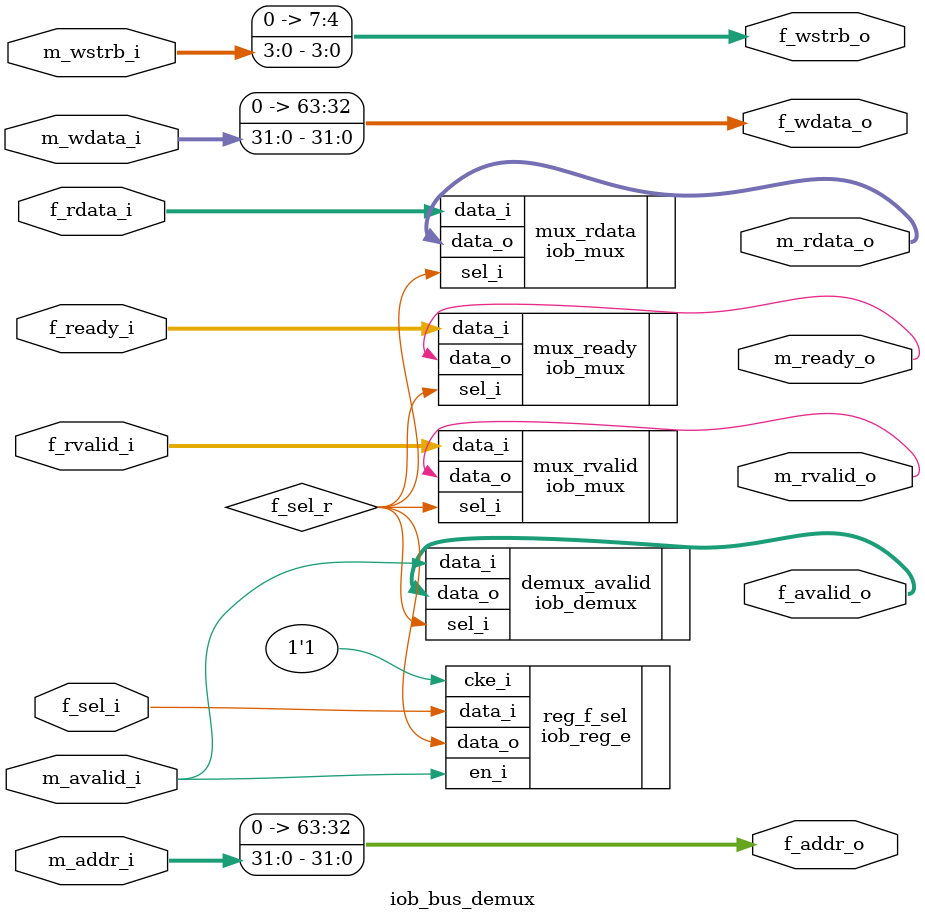
<source format=v>
`timescale 1ns / 1ps

module iob_bus_demux #(
   parameter ADDR_W = 32,
   parameter DATA_W = 32,
   parameter N      = 2,             // Number of followers, minimum of 2
   parameter NB     = $clog2(N)      // Number of bits needed to address all followers
) (
   `include "clk_rst_s_port.vs"

   // Master's interface
   input                   m_avalid_i,
   input  [ADDR_W-1:0]     m_addr_i,
   input  [DATA_W-1:0]     m_wdata_i,
   input  [DATA_W/8-1:0]   m_wstrb_i,
   output [DATA_W-1:0]     m_rdata_o,
   output                  m_rvalid_o,
   output                  m_ready_o,

   // Followers' interface
   output [N*1-1:0]        f_avalid_o,
   output [N*ADDR_W-1:0]   f_addr_o,
   output [N*DATA_W-1:0]   f_wdata_o,
   output [N*DATA_W/8-1:0] f_wstrb_o,
   input  [N*DATA_W-1:0]   f_rdata_i,
   input  [N*1-1:0]        f_rvalid_i,
   input  [N*1-1:0]        f_ready_i,

   // Follower selection
   input  [NB-1:0]       f_sel_i
);

   //
   // Register the follower selection
   //

   wire [NB-1:0] f_sel_r;
   iob_reg_e #(
      .DATA_W (NB),
      .RST_VAL(0)
   ) reg_f_sel (
      `include "clk_rst_s_s_portmap.vs"
      .cke_i (1'b1),
      .en_i  (m_avalid_i),
      .data_i(f_sel_i),
      .data_o(f_sel_r)
   );

   //
   // Route master request to selected follower
   //

   // Avalid goes to the selected follower
   iob_demux #(
      .DATA_W (1),
      .N      (N)
   ) demux_avalid (
      .sel_i (f_sel_r),
      .data_i(m_avalid_i),
      .data_o(f_avalid_o)
   );

   // These go to all followers (only the one with asserted avalid will use them)
   assign f_addr_o  = m_addr_i;
   assign f_wdata_o = m_wdata_i;
   assign f_wstrb_o = m_wstrb_i;

   //
   // Route selected follower response to master
   //

   iob_mux #(
      .DATA_W (DATA_W),
      .N      (N)
   ) mux_rdata (
      .sel_i (f_sel_r),
      .data_i(f_rdata_i),
      .data_o(m_rdata_o)
   );

   iob_mux #(
      .DATA_W (1),
      .N      (N)
   ) mux_rvalid (
      .sel_i (f_sel_r),
      .data_i(f_rvalid_i),
      .data_o(m_rvalid_o)
   );

   iob_mux #(
      .DATA_W (1),
      .N      (N)
   ) mux_ready (
      .sel_i (f_sel_r),
      .data_i(f_ready_i),
      .data_o(m_ready_o)
   );

endmodule

</source>
